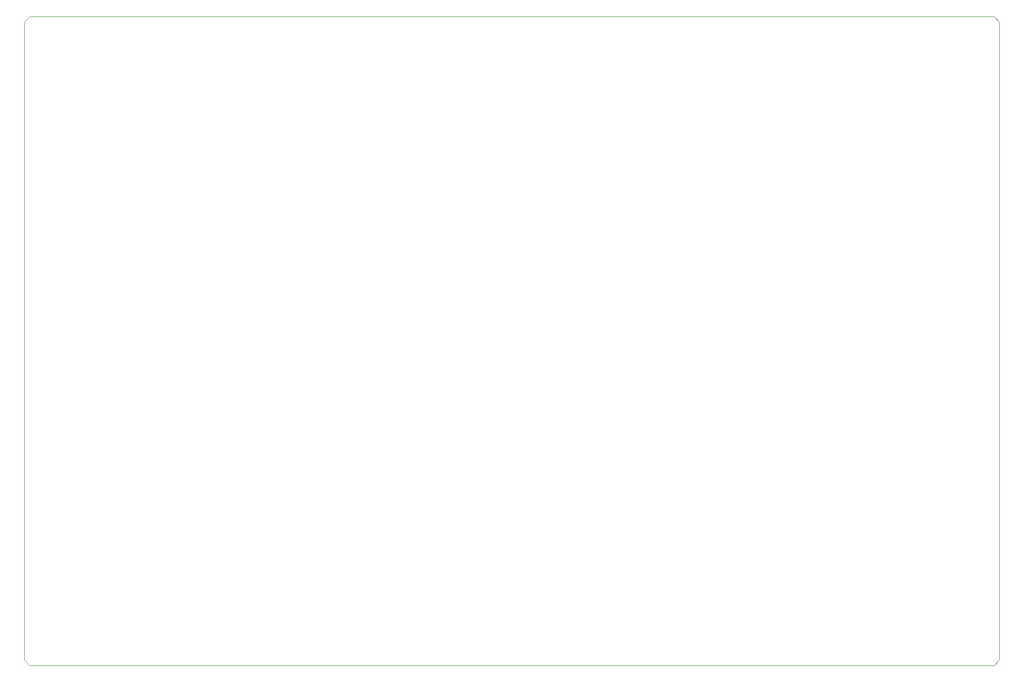
<source format=gbr>
%TF.GenerationSoftware,KiCad,Pcbnew,(5.1.7)-1*%
%TF.CreationDate,2021-02-05T23:52:56+09:00*%
%TF.ProjectId,BLDC_Motor_Controller_Ver2.0A,424c4443-5f4d-46f7-946f-725f436f6e74,Ver 2.0A*%
%TF.SameCoordinates,Original*%
%TF.FileFunction,Profile,NP*%
%FSLAX46Y46*%
G04 Gerber Fmt 4.6, Leading zero omitted, Abs format (unit mm)*
G04 Created by KiCad (PCBNEW (5.1.7)-1) date 2021-02-05 23:52:56*
%MOMM*%
%LPD*%
G01*
G04 APERTURE LIST*
%TA.AperFunction,Profile*%
%ADD10C,0.050000*%
%TD*%
G04 APERTURE END LIST*
D10*
X236000000Y-33000000D02*
X58000000Y-33000000D01*
X237000000Y-34000000D02*
X236000000Y-33000000D01*
X237000000Y-152000000D02*
X237000000Y-34000000D01*
X236000000Y-153000000D02*
X237000000Y-152000000D01*
X58000000Y-153000000D02*
X236000000Y-153000000D01*
X57000000Y-152000000D02*
X58000000Y-153000000D01*
X57000000Y-34000000D02*
X57000000Y-152000000D01*
X58000000Y-33000000D02*
X57000000Y-34000000D01*
M02*

</source>
